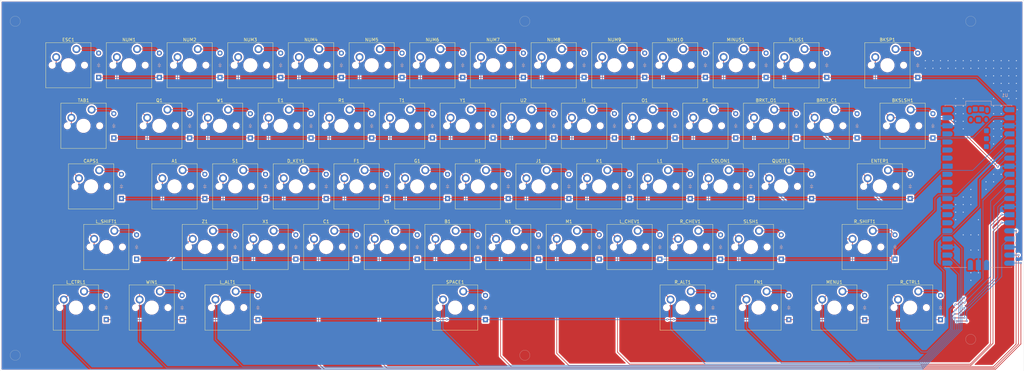
<source format=kicad_pcb>
(kicad_pcb (version 20240108) (generator "pcbnew") (generator_version "8.0")
  (layers (0 "F.Cu" signal) (31 "B.Cu" signal) (34 "B.Paste" user) (35 "F.Paste" user) (36 "B.SilkS" user "B.Silkscreen") (37 "F.SilkS" user "F.Silkscreen") (38 "B.Mask" user) (39 "F.Mask" user) (44 "Edge.Cuts" user))
  (net 0 "")
  (net 1 "Net-(U1-USB_SHIELD-PadA)")
  (net 24 "Net-(D1-A)")
  (net 25 "ROW0")
  (net 26 "Net-(D2-A)")
  (net 27 "Net-(D3-A)")
  (net 28 "Net-(D4-A)")
  (net 29 "Net-(D5-A)")
  (net 30 "Net-(D6-A)")
  (net 31 "Net-(D7-A)")
  (net 32 "Net-(D8-A)")
  (net 33 "Net-(D9-A)")
  (net 34 "Net-(D10-A)")
  (net 35 "Net-(D11-A)")
  (net 36 "Net-(D12-A)")
  (net 37 "Net-(D13-A)")
  (net 38 "Net-(D14-A)")
  (net 39 "Net-(D15-A)")
  (net 40 "ROW1")
  (net 41 "Net-(D17-A)")
  (net 42 "Net-(D18-A)")
  (net 43 "Net-(D19-A)")
  (net 44 "Net-(D20-A)")
  (net 45 "Net-(D21-A)")
  (net 46 "Net-(D22-A)")
  (net 47 "Net-(D23-A)")
  (net 48 "Net-(D24-A)")
  (net 49 "Net-(D25-A)")
  (net 50 "Net-(D26-A)")
  (net 51 "Net-(D27-A)")
  (net 52 "ROW2")
  (net 53 "Net-(D28-A)")
  (net 54 "Net-(D29-A)")
  (net 55 "Net-(D30-A)")
  (net 56 "Net-(D31-A)")
  (net 57 "Net-(D32-A)")
  (net 58 "Net-(D33-A)")
  (net 59 "Net-(D34-A)")
  (net 60 "Net-(D35-A)")
  (net 61 "Net-(D36-A)")
  (net 62 "Net-(D37-A)")
  (net 63 "Net-(D38-A)")
  (net 64 "Net-(D39-A)")
  (net 65 "Net-(D40-A)")
  (net 66 "Net-(D41-A)")
  (net 67 "Net-(D42-A)")
  (net 68 "ROW3")
  (net 69 "Net-(D43-A)")
  (net 70 "Net-(D44-A)")
  (net 71 "Net-(D45-A)")
  (net 72 "Net-(D46-A)")
  (net 73 "Net-(D47-A)")
  (net 74 "Net-(D48-A)")
  (net 75 "Net-(D49-A)")
  (net 76 "Net-(D50-A)")
  (net 77 "Net-(D51-A)")
  (net 78 "Net-(D52-A)")
  (net 79 "Net-(D53-A)")
  (net 80 "Net-(D54-A)")
  (net 81 "ROW4")
  (net 82 "Net-(D55-A)")
  (net 83 "Net-(D56-A)")
  (net 84 "Net-(D57-A)")
  (net 85 "Net-(D58-A)")
  (net 86 "Net-(D59-A)")
  (net 87 "Net-(D60-A)")
  (net 88 "Net-(D61-A)")
  (net 89 "COL13")
  (net 90 "COL12")
  (net 91 "COL11")
  (net 92 "COL10")
  (net 93 "COL9")
  (net 94 "COL8")
  (net 95 "COL7")
  (net 96 "COL6")
  (net 97 "COL5")
  (net 98 "COL4")
  (net 99 "COL3")
  (net 100 "COL2")
  (net 101 "COL1")
  (net 102 "COL0")
  (net 103 "Net-(D16-A)")
  (net 104 "GND")
  (footprint "ScottoKeebs_MX:MX_PCB_1.00u" (layer "F.Cu") (at 123.825 53.81625)
    (property "Reference" "NUM3")
    (property "Value" "Keyswitch")
  )
  (footprint "ScottoKeebs_MX:MX_PCB_1.00u" (layer "F.Cu") (at 266.7 72.86625)
    (property "Reference" "P1")
    (property "Value" "Keyswitch")
  )
  (footprint "ScottoKeebs_MX:MX_PCB_1.00u" (layer "F.Cu") (at 233.3625 91.91625)
    (property "Reference" "K1")
    (property "Value" "Keyswitch")
  )
  (footprint "ScottoKeebs_MX:MX_PCB_1.00u" (layer "F.Cu") (at 176.2125 91.91625)
    (property "Reference" "G1")
    (property "Value" "Keyswitch")
  )
  (footprint "ScottoKeebs_MX:MX_PCB_1.00u" (layer "F.Cu") (at 142.875 53.81625)
    (property "Reference" "NUM4")
    (property "Value" "Keyswitch")
  )
  (footprint "ScottoKeebs_MX:MX_PCB_1.00u" (layer "F.Cu") (at 280.9875 110.96625)
    (property "Reference" "SLSH1")
    (property "Value" "Keyswitch")
  )
  (footprint "ScottoKeebs_MX:MX_PCB_1.00u" (layer "F.Cu") (at 133.35 72.86625)
    (property "Reference" "E1")
    (property "Value" "Keyswitch")
  )
  (footprint "ScottoKeebs_MX:MX_PCB_1.00u" (layer "F.Cu") (at 73.81875 91.91625)
    (property "Reference" "CAPS1")
    (property "Value" "Keyswitch")
  )
  (footprint "ScottoKeebs_MX:MX_PCB_1.00u" (layer "F.Cu") (at 242.8875 110.96625)
    (property "Reference" "L_CHEV1")
    (property "Value" "Keyswitch")
  )
  (footprint "ScottoKeebs_MX:MX_PCB_1.00u" (layer "F.Cu") (at 119.0625 91.91625)
    (property "Reference" "S1")
    (property "Value" "Keyswitch")
  )
  (footprint "ScottoKeebs_MX:MX_PCB_1.00u" (layer "F.Cu") (at 190.5 72.86625)
    (property "Reference" "Y1")
    (property "Value" "Keyswitch")
  )
  (footprint "ScottoKeebs_MX:MX_PCB_1.00u" (layer "F.Cu") (at 104.775 53.81625)
    (property "Reference" "NUM2")
    (property "Value" "Keyswitch")
  )
  (footprint "ScottoKeebs_MX:MX_PCB_1.00u" (layer "F.Cu") (at 195.2625 91.91625)
    (property "Reference" "H1")
    (property "Value" "Keyswitch")
  )
  (footprint "ScottoKeebs_MX:MX_PCB_1.00u" (layer "F.Cu") (at 259.55625 130.01625)
    (property "Reference" "R_ALT1")
    (property "Value" "Keyswitch")
  )
  (footprint "ScottoKeebs_MX:MX_PCB_1.00u" (layer "F.Cu") (at 285.75 72.86625)
    (property "Reference" "BRKT_O1")
    (property "Value" "Keyswitch")
  )
  (footprint "ScottoKeebs_MX:MX_PCB_1.00u" (layer "F.Cu") (at 247.65 72.86625)
    (property "Reference" "O1")
    (property "Value" "Keyswitch")
  )
  (footprint "ScottoKeebs_MX:MX_PCB_1.00u" (layer "F.Cu") (at 185.7375 110.96625)
    (property "Reference" "B1")
    (property "Value" "Keyswitch")
  )
  (footprint "ScottoKeebs_MX:MX_PCB_1.00u" (layer "F.Cu") (at 152.4 72.86625)
    (property "Reference" "R1")
    (property "Value" "Keyswitch")
  )
  (footprint "ScottoKeebs_MX:MX_PCB_1.00u" (layer "F.Cu") (at 316.70625 110.96625)
    (property "Reference" "R_SHIFT1")
    (property "Value" "Keyswitch")
  )
  (footprint "ScottoKeebs_MX:MX_PCB_1.00u" (layer "F.Cu") (at 138.1125 91.91625)
    (property "Reference" "D_KEY1")
    (property "Value" "Keyswitch")
  )
  (footprint "ScottoKeebs_MX:MX_PCB_1.00u" (layer "F.Cu") (at 157.1625 91.91625)
    (property "Reference" "F1")
    (property "Value" "Keyswitch")
  )
  (footprint "ScottoKeebs_MX:MX_PCB_1.00u" (layer "F.Cu") (at 71.4375 72.86625)
    (property "Reference" "TAB1")
    (property "Value" "Keyswitch")
  )
  (footprint "ScottoKeebs_MX:MX_PCB_1.00u" (layer "F.Cu") (at 330.99375 130.01625)
    (property "Reference" "R_CTRL1")
    (property "Value" "Keyswitch")
  )
  (footprint "ScottoKeebs_MX:MX_PCB_1.00u" (layer "F.Cu") (at 69.05625 130.01625)
    (property "Reference" "L_CTRL1")
    (property "Value" "Keyswitch")
  )
  (footprint "ScottoKeebs_MX:MX_PCB_1.00u" (layer "F.Cu") (at 323.85 53.81625)
    (property "Reference" "BKSP1")
    (property "Value" "Keyswitch")
  )
  (footprint "ScottoKeebs_MX:MX_PCB_1.00u" (layer "F.Cu") (at 180.975 53.81625)
    (property "Reference" "NUM6")
    (property "Value" "Keyswitch")
  )
  (footprint "ScottoKeebs_MX:MX_PCB_1.00u" (layer "F.Cu") (at 100.0125 91.91625)
    (property "Reference" "A1")
    (property "Value" "Keyswitch")
  )
  (footprint "ScottoKeebs_MX:MX_PCB_1.00u" (layer "F.Cu") (at 85.725 53.81625)
    (property "Reference" "NUM1")
    (property "Value" "Keyswitch")
  )
  (footprint "ScottoKeebs_MX:MX_PCB_1.00u" (layer "F.Cu") (at 321.46875 91.91625)
    (property "Reference" "ENTER1")
    (property "Value" "Keyswitch")
  )
  (footprint "ScottoKeebs_MX:MX_PCB_1.00u" (layer "F.Cu") (at 307.18125 130.01625)
    (property "Reference" "MENU1")
    (property "Value" "Keyswitch")
  )
  (footprint "ScottoKeebs_MX:MX_PCB_1.00u" (layer "F.Cu") (at 109.5375 110.96625)
    (property "Reference" "Z1")
    (property "Value" "Keyswitch")
  )
  (footprint "ScottoKeebs_MX:MX_PCB_1.00u" (layer "F.Cu") (at 116.68125 130.01625)
    (property "Reference" "L_ALT1")
    (property "Value" "Keyswitch")
  )
  (footprint "ScottoKeebs_MX:MX_PCB_1.00u" (layer "F.Cu") (at 276.225 53.81625)
    (property "Reference" "MINUS1")
    (property "Value" "Keyswitch")
  )
  (footprint "ScottoKeebs_MX:MX_PCB_1.00u" (layer "F.Cu") (at 328.6125 72.86625)
    (property "Reference" "BKSLSH1")
    (property "Value" "Keyswitch")
  )
  (footprint "ScottoKeebs_MX:MX_PCB_1.00u" (layer "F.Cu") (at 238.125 53.81625)
    (property "Reference" "NUM9")
    (property "Value" "Keyswitch")
  )
  (footprint "ScottoKeebs_MX:MX_PCB_1.00u" (layer "F.Cu") (at 66.675 53.81625)
    (property "Reference" "ESC1")
    (property "Value" "Keyswitch")
  )
  (footprint "ScottoKeebs_MX:MX_PCB_1.00u" (layer "F.Cu") (at 304.8 72.86625)
    (property "Reference" "BRKT_C1")
    (property "Value" "Keyswitch")
  )
  (footprint "ScottoKeebs_MX:MX_PCB_1.00u" (layer "F.Cu") (at 147.6375 110.96625)
    (property "Reference" "C1")
    (property "Value" "Keyswitch")
  )
  (footprint "ScottoKeebs_MX:MX_PCB_1.00u" (layer "F.Cu") (at 78.58125 110.96625)
    (property "Reference" "L_SHIFT1")
    (property "Value" "Keyswitch")
  )
  (footprint "ScottoKeebs_MX:MX_PCB_1.00u" (layer "F.Cu") (at 290.5125 91.91625)
    (property "Reference" "QUOTE1")
    (property "Value" "Keyswitch")
  )
  (footprint "ScottoKeebs_MX:MX_PCB_1.00u" (layer "F.Cu") (at 228.6 72.86625)
    (property "Reference" "I1")
    (property "Value" "Keyswitch")
  )
  (footprint "ScottoKeebs_MX:MX_PCB_1.00u" (layer "F.Cu") (at 188.11875 130.01625)
    (property "Reference" "SPACE1")
    (property "Value" "Keyswitch")
  )
  (footprint "ScottoKeebs_MX:MX_PCB_1.00u" (layer "F.Cu") (at 114.3 72.86625)
    (property "Reference" "W1")
    (property "Value" "Keyswitch")
  )
  (footprint "ScottoKeebs_MX:MX_PCB_1.00u" (layer "F.Cu") (at 204.7875 110.96625)
    (property "Reference" "N1")
    (property "Value" "Keyswitch")
  )
  (footprint "ScottoKeebs_MX:MX_PCB_1.00u" (layer "F.Cu") (at 171.45 72.86625)
    (property "Reference" "T1")
    (property "Value" "Keyswitch")
  )
  (footprint "ScottoKeebs_MX:MX_PCB_1.00u" (layer "F.Cu") (at 92.86875 130.01625)
    (property "Reference" "WIN1")
    (property "Value" "Keyswitch")
  )
  (footprint "ScottoKeebs_MX:MX_PCB_1.00u" (layer "F.Cu") (at 166.6875 110.96625)
    (property "Reference" "V1")
    (property "Value" "Keyswitch")
  )
  (footprint "ScottoKeebs_MX:MX_PCB_1.00u" (layer "F.Cu") (at 261.9375 110.96625)
    (property "Reference" "R_CHEV1")
    (property "Value" "Keyswitch")
  )
  (footprint "ScottoKeebs_MX:MX_PCB_1.00u" (layer "F.Cu") (at 128.5875 110.96625)
    (property "Reference" "X1")
    (property "Value" "Keyswitch")
  )
  (footprint "ScottoKeebs_MX:MX_PCB_1.00u" (layer "F.Cu") (at 252.4125 91.91625)
    (property "Reference" "L1")
    (property "Value" "Keyswitch")
  )
  (footprint "ScottoKeebs_MX:MX_PCB_1.00u" (layer "F.Cu") (at 200.025 53.81625)
    (property "Reference" "NUM7")
    (property "Value" "Keyswitch")
  )
  (footprint "ScottoKeebs_MX:MX_PCB_1.00u" (layer "F.Cu") (at 95.25 72.86625)
    (property "Reference" "Q1")
    (property "Value" "Keyswitch")
  )
  (footprint "ScottoKeebs_MX:MX_PCB_1.00u" (layer "F.Cu") (at 214.3125 91.91625)
    (property "Reference" "J1")
    (property "Value" "Keyswitch")
  )
  (footprint "ScottoKeebs_MX:MX_PCB_1.00u" (layer "F.Cu") (at 161.925 53.81625)
    (property "Reference" "NUM5")
    (property "Value" "Keyswitch")
  )
  (footprint "ScottoKeebs_MX:MX_PCB_1.00u" (layer "F.Cu") (at 257.175 53.81625)
    (property "Reference" "NUM10")
    (property "Value" "Keyswitch")
  )
  (footprint "ScottoKeebs_MX:MX_PCB_1.00u" (layer "F.Cu") (at 295.275 53.81625)
    (property "Reference" "PLUS1")
    (property "Value" "Keyswitch")
  )
  (footprint "ScottoKeebs_MX:MX_PCB_1.00u" (layer "F.Cu") (at 219.075 53.81625)
    (property "Reference" "NUM8")
    (property "Value" "Keyswitch")
  )
  (footprint "ScottoKeebs_MX:MX_PCB_1.00u" (layer "F.Cu") (at 271.4625 91.91625)
    (property "Reference" "COLON1")
    (property "Value" "Keyswitch")
  )
  (footprint "ScottoKeebs_MX:MX_PCB_1.00u" (layer "F.Cu") (at 223.8375 110.96625)
    (property "Reference" "M1")
    (property "Value" "Keyswitch")
  )
  (footprint "ScottoKeebs_MX:MX_PCB_1.00u" (layer "F.Cu") (at 283.36875 130.01625)
    (property "Reference" "FN1")
    (property "Value" "Keyswitch")
  )
  (footprint "ScottoKeebs_MX:MX_PCB_1.00u" (layer "F.Cu") (at 209.55 72.86625)
    (property "Reference" "U2")
    (property "Value" "Keyswitch")
  )
  (footprint "ScottoKeebs_Components:Diode_DO-35" (layer "B.Cu") (at 261.9375 95.72625 90)
    (property "Reference" "D43" (hide yes))
    (property "Value" "Diode" (hide yes))
  )
  (footprint "ScottoKeebs_Components:Diode_DO-35" (layer "B.Cu") (at 266.7 57.62625 90)
    (property "Reference" "D46" (hide yes))
    (property "Value" "Diode" (hide yes))
  )
  (footprint "ScottoKeebs_Components:Diode_DO-35" (layer "B.Cu") (at 128.5875 95.72625 90)
    (property "Reference" "D13" (hide yes))
    (property "Value" "Diode" (hide yes))
  )
  (footprint "ScottoKeebs_Components:Diode_DO-35" (layer "B.Cu") (at 176.2125 114.77625 90)
    (property "Reference" "D23" (hide yes))
    (property "Value" "Diode" (hide yes))
  )
  (footprint "ScottoKeebs_Components:Diode_DO-35" (layer "B.Cu") (at 228.6 57.62625 90)
    (property "Reference" "D37" (hide yes))
    (property "Value" "Diode" (hide yes))
  )
  (footprint "ScottoKeebs_Components:Diode_DO-35" (layer "B.Cu") (at 126.20625 133.82625 90)
    (property "Reference" "D15" (hide yes))
    (property "Value" "Diode" (hide yes))
  )
  (footprint "ScottoKeebs_Components:Diode_DO-35" (layer "B.Cu") (at 119.0625 114.77625 90)
    (property "Reference" "D9" (hide yes))
    (property "Value" "Diode" (hide yes))
  )
  (footprint "ScottoKeebs_Components:Diode_DO-35" (layer "B.Cu") (at 152.4 57.62625 90)
    (property "Reference" "D20" (hide yes))
    (property "Value" "Diode" (hide yes))
  )
  (footprint "ScottoKeebs_Components:Diode_DO-35" (layer "B.Cu") (at 180.975 76.67625 90)
    (property "Reference" "D25" (hide yes))
    (property "Value" "Diode" (hide yes))
  )
  (footprint "ScottoKeebs_Components:Diode_DO-35" (layer "B.Cu") (at 83.34375 95.72625 90)
    (property "Reference" "D3" (hide yes))
    (property "Value" "Diode" (hide yes))
  )
  (footprint "ScottoKeebs_Components:Diode_DO-35" (layer "B.Cu") (at 114.3 57.62625 90)
    (property "Reference" "D11" (hide yes))
    (property "Value" "Diode" (hide yes))
  )
  (footprint "ScottoKeebs_Components:Diode_DO-35" (layer "B.Cu") (at 109.5375 95.72625 90)
    (property "Reference" "D8" (hide yes))
    (property "Value" "Diode" (hide yes))
  )
  (footprint "ScottoKeebs_Components:Diode_DO-35" (layer "B.Cu") (at 276.225 76.67625 90)
    (property "Reference" "D47" (hide yes))
    (property "Value" "Diode" (hide yes))
  )
  (footprint "ScottoKeebs_Components:Diode_DO-35" (layer "B.Cu") (at 200.025 76.67625 90)
    (property "Reference" "D30" (hide yes))
    (property "Value" "Diode" (hide yes))
  )
  (footprint "ScottoKeebs_Components:Diode_DO-35" (layer "B.Cu") (at 185.7375 95.72625 90)
    (property "Reference" "D26" (hide yes))
    (property "Value" "Diode" (hide yes))
  )
  (footprint "ScottoKeebs_Components:Diode_DO-35" (layer "B.Cu") (at 285.75 57.62625 90)
    (property "Reference" "D51" (hide yes))
    (property "Value" "Diode" (hide yes))
  )
  (footprint "ScottoKeebs_Components:Diode_DO-35" (layer "B.Cu") (at 280.9875 95.72625 90)
    (property "Reference" "D48" (hide yes))
    (property "Value" "Diode" (hide yes))
  )
  (footprint "ScottoKeebs_Components:Diode_DO-35" (layer "B.Cu") (at 88.10625 114.77625 90)
    (property "Reference" "D4" (hide yes))
    (property "Value" "Diode" (hide yes))
  )
  (footprint "ScottoKeebs_Components:Diode_DO-35" (layer "B.Cu") (at 133.35 57.62625 90)
    (property "Reference" "D16" (hide yes))
    (property "Value" "Diode" (hide yes))
  )
  (footprint "ScottoKeebs_Components:Diode_DO-35" (layer "B.Cu") (at 104.775 76.67625 90)
    (property "Reference" "D7" (hide yes))
    (property "Value" "Diode" (hide yes))
  )
  (footprint "ScottoKeebs_Components:Diode_DO-35" (layer "B.Cu") (at 102.39375 133.82625 90)
    (property "Reference" "D10" (hide yes))
    (property "Value" "Diode" (hide yes))
  )
  (footprint "ScottoKeebs_Components:Diode_DO-35" (layer "B.Cu") (at 161.925 76.67625 90)
    (property "Reference" "D21" (hide yes))
    (property "Value" "Diode" (hide yes))
  )
  (footprint "ScottoKeebs_Components:Diode_DO-35" (layer "B.Cu") (at 333.375 57.62625 90)
    (property "Reference" "D60" (hide yes))
    (property "Value" "Diode" (hide yes))
  )
  (footprint "ScottoKeebs_Components:Diode_DO-35" (layer "B.Cu") (at 233.3625 114.77625 90)
    (property "Reference" "D36" (hide yes))
    (property "Value" "Diode" (hide yes))
  )
  (footprint "ScottoKeebs_Components:Diode_DO-35" (layer "B.Cu") (at 195.2625 114.77625 90)
    (property "Reference" "D27" (hide yes))
    (property "Value" "Diode" (hide yes))
  )
  (footprint "ScottoKeebs_Components:Diode_DO-35" (layer "B.Cu") (at 142.875 76.67625 90)
    (property "Reference" "D17" (hide yes))
    (property "Value" "Diode" (hide yes))
  )
  (footprint "ScottoKeebs_Components:Diode_DO-35" (layer "B.Cu") (at 166.6875 95.72625 90)
    (property "Reference" "D22" (hide yes))
    (property "Value" "Diode" (hide yes))
  )
  (footprint "ScottoKeebs_Components:Diode_DO-35" (layer "B.Cu") (at 269.08125 133.82625 90)
    (property "Reference" "D45" (hide yes))
    (property "Value" "Diode" (hide yes))
  )
  (footprint "ScottoKeebs_Components:Diode_DO-35" (layer "B.Cu") (at 157.1625 114.77625 90)
    (property "Reference" "D19" (hide yes))
    (property "Value" "Diode" (hide yes))
  )
  (footprint "ScottoKeebs_Components:Diode_DO-35" (layer "B.Cu") (at 238.125 76.67625 90)
    (property "Reference" "D38" (hide yes))
    (property "Value" "Diode" (hide yes))
  )
  (footprint "ScottoKeebs_Components:Diode_DO-35" (layer "B.Cu") (at 138.1125 114.77625 90)
    (property "Reference" "D14" (hide yes))
    (property "Value" "Diode" (hide yes))
  )
  (footprint "ScottoKeebs_Components:Diode_DO-35" (layer "B.Cu") (at 171.45 57.62625 90)
    (property "Reference" "D24" (hide yes))
    (property "Value" "Diode" (hide yes))
  )
  (footprint "ScottoKeebs_Components:Diode_DO-35" (layer "B.Cu") (at 292.89375 133.82625 90)
    (property "Reference" "D50" (hide yes))
    (property "Value" "Diode" (hide yes))
  )
  (footprint "ScottoKeebs_Components:Diode_DO-35" (layer "B.Cu") (at 242.8875 95.72625 90)
    (property "Reference" "D39" (hide yes))
    (property "Value" "Diode" (hide yes))
  )
  (footprint "ScottoKeebs_Components:Diode_DO-35" (layer "B.Cu") (at 219.075 76.67625 90)
    (property "Reference" "D34" (hide yes))
    (property "Value" "Diode" (hide yes))
  )
  (footprint "ScottoKeebs_Components:Diode_DO-35" (layer "B.Cu") (at 295.275 76.67625 90)
    (property "Reference" "D52" (hide yes))
    (property "Value" "Diode" (hide yes))
  )
  (footprint "ScottoKeebs_Components:Diode_DO-35" (layer "B.Cu") (at 271.4625 114.77625 90)
    (property "Reference" "D44" (hide yes))
    (property "Value" "Diode" (hide yes))
  )
  (footprint "ScottoKeebs_Components:Diode_DO-35" (layer "B.Cu") (at 314.325 76.67625 90)
    (property "Reference" "D57" (hide yes))
    (property "Value" "Diode" (hide yes))
  )
  (footprint "ScottoKeebs_Components:Diode_DO-35" (layer "B.Cu") (at 123.825 76.67625 90)
    (property "Reference" "D12" (hide yes))
    (property "Value" "Diode" (hide yes))
  )
  (footprint "ScottoKeebs_Components:Diode_DO-35" (layer "B.Cu") (at 340.51875 133.82625 90)
    (property "Reference" "D59" (hide yes))
    (property "Value" "Diode" (hide yes))
  )
  (footprint "ScottoKeebs_Components:Diode_DO-35" (layer "B.Cu") (at 257.175 76.67625 90)
    (property "Reference" "D42" (hide yes))
    (property "Value" "Diode" (hide yes))
  )
  (footprint "ScottoKeebs_Components:Diode_DO-35" (layer "B.Cu") (at 197.64375 133.82625 90)
    (property "Reference" "D28" (hide yes))
    (property "Value" "Diode" (hide yes))
  )
  (footprint "ScottoKeebs_Components:Diode_DO-35" (layer "B.Cu") (at 209.55 57.62625 90)
    (property "Reference" "D33" (hide yes))
    (property "Value" "Diode" (hide yes))
  )
  (footprint "ScottoKeebs_Components:Diode_DO-35" (layer "B.Cu") (at 204.7875 95.72625 90)
    (property "Reference" "D31" (hide yes))
    (property "Value" "Diode" (hide yes))
  )
  (footprint "ScottoKeebs_Components:Diode_DO-35" (layer "B.Cu") (at 290.5125 114.77625 90)
    (property "Reference" "D49" (hide yes))
    (property "Value" "Diode" (hide yes))
  )
  (footprint "ScottoKeebs_Components:Diode_DO-35" (layer "B.Cu") (at 78.58125 133.82625 90)
    (property "Reference" "D5" (hide yes))
    (property "Value" "Diode" (hide yes))
  )
  (footprint "ScottoKeebs_Components:Diode_DO-35" (layer "B.Cu") (at 316.70625 133.82625 90)
    (property "Reference" "D55" (hide yes))
    (property "Value" "Diode" (hide yes))
  )
  (footprint "ScottoKeebs_Components:Diode_DO-35" (layer "B.Cu") (at 147.6375 95.72625 90)
    (property "Reference" "D18" (hide yes))
    (property "Value" "Diode" (hide yes))
  )
  (footprint "ScottoKeebs_Components:Diode_DO-35" (layer "B.Cu") (at 76.2 57.62625 90)
    (property "Reference" "D1" (hide yes))
    (property "Value" "Diode" (hide yes))
  )
  (footprint "ScottoKeebs_Components:Diode_DO-35" (layer "B.Cu") (at 300.0375 95.72625 90)
    (property "Reference" "D53" (hide yes))
    (property "Value" "Diode" (hide yes))
  )
  (footprint "ScottoKeebs_Components:Diode_DO-35" (layer "B.Cu") (at 214.3125 114.77625 90)
    (property "Reference" "D32" (hide yes))
    (property "Value" "Diode" (hide yes))
  )
  (footprint "ScottoKeebs_Components:Diode_DO-35" (layer "B.Cu") (at 247.65 57.62625 90)
    (property "Reference" "D41" (hide yes))
    (property "Value" "Diode" (hide yes))
  )
  (footprint "ScottoKeebs_Components:Diode_DO-35" (layer "B.Cu") (at 80.9625 76.67625 90)
    (property "Reference" "D2" (hide yes))
    (property "Value" "Diode" (hide yes))
  )
  (footprint "ScottoKeebs_Components:Diode_DO-35" (layer "B.Cu") (at 190.5 57.62625 90)
    (property "Reference" "D29" (hide yes))
    (property "Value" "Diode" (hide yes))
  )
  (footprint "ScottoKeebs_Components:Diode_DO-35" (layer "B.Cu") (at 330.99375 95.72625 90)
    (property "Reference" "D58" (hide yes))
    (property "Value" "Diode" (hide yes))
  )
  (footprint "ScottoKeebs_Components:Diode_DO-35" (layer "B.Cu") (at 95.25 57.62625 90)
    (property "Reference" "D6" (hide yes))
    (property "Value" "Diode" (hide yes))
  )
  (footprint "ScottoKeebs_Components:Diode_DO-35" (layer "B.Cu") (at 338.1375 76.67625 90)
    (property "Reference" "D61" (hide yes))
    (property "Value" "Diode" (hide yes))
  )
  (footprint "ScottoKeebs_Components:Diode_DO-35" (layer "B.Cu") (at 252.4125 114.77625 90)
    (property "Reference" "D40" (hide yes))
    (property "Value" "Diode" (hide yes))
  )
  (footprint "ScottoKeebs_Components:Diode_DO-35" (layer "B.Cu") (at 223.8375 95.72625 90)
    (property "Reference" "D35" (hide yes))
    (property "Value" "Diode" (hide yes))
  )
  (footprint "SC0915:MODULE_SC0915" (layer "B.Cu") (at 352.425 91.91625 180)
    (property "Reference" "U1")
    (property "Value" "SC0915")
  )
  (footprint "ScottoKeebs_Components:Diode_DO-35" (layer "B.Cu") (at 304.8 57.62625 90)
    (property "Reference" "D56" (hide yes))
    (property "Value" "Diode" (hide yes))
  )
  (footprint "ScottoKeebs_Components:Diode_DO-35" (layer "B.Cu") (at 326.23125 114.77625 90)
    (property "Reference" "D54" (hide yes))
    (property "Value" "Diode" (hide yes))
  )
  (gr_rect (start 45.24375 33.3375) (end 366.7125 150.01875) (stroke (width 0.05)) (fill none) (layer "Edge.Cuts"))
  (gr_circle (center 50 40) (end 51.6 40) (stroke (width 0.05)) (fill none) (layer "Edge.Cuts"))
  (gr_circle (center 210 40) (end 211.6 40) (stroke (width 0.05)) (fill none) (layer "Edge.Cuts"))
  (gr_circle (center 50 145) (end 51.6 145) (stroke (width 0.05)) (fill none) (layer "Edge.Cuts"))
  (gr_circle (center 210 145) (end 211.6 145) (stroke (width 0.05)) (fill none) (layer "Edge.Cuts"))
  (gr_circle (center 350 140) (end 351.6 140) (stroke (width 0.05)) (fill none) (layer "Edge.Cuts"))
  (gr_circle (center 350 40) (end 351.6 40) (stroke (width 0.05)) (fill none) (layer "Edge.Cuts"))
  (segment (start 74.93 48.73625) (end 76.2 50.00625) (width 0.2) (layer "B.Cu") (net 24))
  (segment (start 69.215 48.73625) (end 74.93 48.73625) (width 0.2) (layer "B.Cu") (net 24))
  (segment (start 171.45 57.62625) (end 190.5 57.62625) (width 0.2) (layer "B.Cu") (net 25))
  (segment (start 152.4 57.62625) (end 171.45 57.62625) (width 0.2) (layer "B.Cu") (net 25))
  (segment (start 285.75 57.62625) (end 266.7 57.62625) (width 0.2) (layer "B.Cu") (net 25))
  (segment (start 92.86875 57.62625) (end 95.25 57.62625) (width 0.2) (layer "B.Cu") (net 25))
  (segment (start 133.35 57.62625) (end 152.4 57.62625) (width 0.2) (layer "B.Cu") (net 25))
  (segment (start 76.2 57.62625) (end 92.86875 57.62625) (width 0.2) (layer "B.Cu") (net 25))
  (segment (start 209.55 57.62625) (end 190.5 57.62625) (width 0.2) (layer "B.Cu") (net 25))
  (segment (start 92.86875 57.62625) (end 114.3 57.62625) (width 0.2) (layer "B.Cu") (net 25))
  (segment (start 333.375 57.62625) (end 351.955 57.62625) (width 0.2) (layer "B.Cu") (net 25))
  (segment (start 351.955 57.62625) (end 362.115 67.78625) (width 0.2) (layer "B.Cu") (net 25))
  (segment (start 266.7 57.62625) (end 247.65 57.62625) (width 0.2) (layer "B.Cu") (net 25))
  (segment (start 209.55 57.62625) (end 228.6 57.62625) (width 0.2) (layer "B.Cu") (net 25))
  (segment (start 333.375 57.62625) (end 304.8 57.62625) (width 0.2) (layer "B.Cu") (net 25))
  (segment (start 304.8 57.62625) (end 285.75 57.62625) (width 0.2) (layer "B.Cu") (net 25))
  (segment (start 247.65 57.62625) (end 228.6 57.62625) (width 0.2) (layer "B.Cu") (net 25))
  (segment (start 114.3 57.62625) (end 133.35 57.62625) (width 0.2) (layer "B.Cu") (net 25))
  (segment (start 73.9775 67.78625) (end 79.6925 67.78625) (width 0.2) (layer "B.Cu") (net 26))
  (segment (start 79.6925 67.78625) (end 80.9625 69.05625) (width 0.2) (layer "B.Cu") (net 26))
  (segment (start 76.35875 86.83625) (end 82.07375 86.83625) (width 0.2) (layer "B.Cu") (net 27))
  (segment (start 82.07375 86.83625) (end 83.34375 88.10625) (width 0.2) (layer "B.Cu") (net 27))
  (segment (start 81.12125 105.88625) (end 86.83625 105.88625) (width 0.2) (layer "B.Cu") (net 28))
  (segment (start 86.83625 105.88625) (end 88.10625 107.15625) (width 0.2) (layer "B.Cu") (net 28))
  (segment (start 71.59625 124.93625) (end 77.31125 124.93625) (width 0.2) (layer "B.Cu") (net 29))
  (segment (start 77.31125 124.93625) (end 78.58125 126.20625) (width 0.2) (layer "B.Cu") (net 29))
  (segment (start 88.265 48.73625) (end 93.98 48.73625) (width 0.2) (layer "B.Cu") (net 30))
  (segment (start 93.98 48.73625) (end 95.25 50.00625) (width 0.2) (layer "B.Cu") (net 30))
  (segment (start 103.505 67.78625) (end 104.775 69.05625) (width 0.2) (layer "B.Cu") (net 31))
  (segment (start 97.79 67.78625) (end 103.505 67.78625) (width 0.2) (layer "B.Cu") (net 31))
  (segment (start 108.2675 86.83625) (end 109.5375 88.10625) (width 0.2) (layer "B.Cu") (net 32))
  (segment (start 102.5525 86.83625) (end 108.2675 86.83625) (width 0.2) (layer "B.Cu") (net 32))
  (segment (start 112.0775 105.88625) (end 117.7925 105.88625) (width 0.2) (layer "B.Cu") (net 33))
  (segment (start 117.7925 105.88625) (end 119.0625 107.15625) (width 0.2) (layer "B.Cu") (net 33))
  (segment (start 101.12375 124.93625) (end 102.39375 126.20625) (width 0.2) (layer "B.Cu") (net 34))
  (segment (start 95.40875 124.93625) (end 101.12375 124.93625) (width 0.2) (layer "B.Cu") (net 34))
  (segment (start 107.315 48.73625) (end 113.03 48.73625) (width 0.2) (layer "B.Cu") (net 35))
  (segment (start 113.03 48.73625) (end 114.3 50.00625) (width 0.2) (layer "B.Cu") (net 35))
  (segment (start 122.555 67.78625) (end 123.825 69.05625) (width 0.2) (layer "B.Cu") (net 36))
  (segment (start 116.84 67.78625) (end 122.555 67.78625) (width 0.2) (layer "B.Cu") (net 36))
  (segment (start 121.6025 86.83625) (end 127.3175 86.83625) (width 0.2) (layer "B.Cu") (net 37))
  (segment (start 127.3175 86.83625) (end 128.5875 88.10625) (width 0.2) (layer "B.Cu") (net 37))
  (segment (start 131.1275 105.88625) (end 136.8425 105.88625) (width 0.2) (layer "B.Cu") (net 38))
  (segment (start 136.8425 105.88625) (end 138.1125 107.15625) (width 0.2) (layer "B.Cu") (net 38))
  (segment (start 119.22125 124.93625) (end 124.93625 124.93625) (width 0.2) (layer "B.Cu") (net 39))
  (segment (start 124.93625 124.93625) (end 126.20625 126.20625) (width 0.2) (layer "B.Cu") (net 39))
  (segment (start 142.875 76.67625) (end 123.825 76.67625) (width 0.2) (layer "B.Cu") (net 40))
  (segment (start 314.325 76.67625) (end 338.1375 76.67625) (width 0.2) (layer "B.Cu") (net 40))
  (segment (start 200.025 76.67625) (end 219.075 76.67625) (width 0.2) (layer "B.Cu") (net 40))
  (segment (start 350.82375 76.67625) (end 357.17375 70.32625) (width 0.2) (layer "B.Cu") (net 40))
  (segment (start 219.075 76.67625) (end 238.125 76.67625) (width 0.2) (layer "B.Cu") (net 40))
  (segment (start 295.275 76.67625) (end 276.225 76.67625) (width 0.2) (layer "B.Cu") (net 40))
  (segment (start 142.875 76.67625) (end 161.925 76.67625) (width 0.2) (layer "B.Cu") (net 40))
  (segment (start 314.325 76.67625) (end 295.275 76.67625) (width 0.2) (layer "B.Cu") (net 40))
  (segment (start 357.17375 70.32625) (end 362.115 70.32625) (width 0.2) (layer "B.Cu") (net 40))
  (segment (start 200.025 76.67625) (end 180.975 76.67625) (width 0.2) (layer "B.Cu") (net 40))
  (segment (start 257.175 76.67625) (end 238.125 76.67625) (width 0.2) (layer "B.Cu") (net 40))
  (segment (start 161.925 76.67625) (end 180.975 76.67625) (width 0.2) (layer "B.Cu") (net 40))
  (segment (start 80.9625 76.67625) (end 104.775 76.67625) (width 0.2) (layer "B.Cu") (net 40))
  (segment (start 123.825 76.67625) (end 104.775 76.67625) (width 0.2) (layer "B.Cu") (net 40))
  (segment (start 338.1375 76.67625) (end 350.82375 76.67625) (width 0.2) (layer "B.Cu") (net 40))
  (segment (start 276.225 76.67625) (end 257.175 76.67625) (width 0.2) (layer "B.Cu") (net 40))
  (segment (start 141.605 67.78625) (end 142.875 69.05625) (width 0.2) (layer "B.Cu") (net 41))
  (segment (start 135.89 67.78625) (end 141.605 67.78625) (width 0.2) (layer "B.Cu") (net 41))
  (segment (start 140.6525 86.83625) (end 146.3675 86.83625) (width 0.2) (layer "B.Cu") (net 42))
  (segment (start 146.3675 86.83625) (end 147.6375 88.10625) (width 0.2) (layer "B.Cu") (net 42))
  (segment (start 155.8925 105.88625) (end 157.1625 107.15625) (width 0.2) (layer "B.Cu") (net 43))
  (segment (start 150.1775 105.88625) (end 155.8925 105.88625) (width 0.2) (layer "B.Cu") (net 43))
  (segment (start 151.13 48.73625) (end 152.4 50.00625) (width 0.2) (layer "B.Cu") (net 44))
  (segment (start 145.415 48.73625) (end 151.13 48.73625) (width 0.2) (layer "B.Cu") (net 44))
  (segment (start 154.94 67.78625) (end 160.655 67.78625) (width 0.2) (layer "B.Cu") (net 45))
  (segment (start 160.655 67.78625) (end 161.925 69.05625) (width 0.2) (layer "B.Cu") (net 45))
  (segment (start 165.4175 86.83625) (end 166.6875 88.10625) (width 0.2) (layer "B.Cu") (net 46))
  (segment (start 159.7025 86.83625) (end 165.4175 86.83625) (width 0.2) (layer "B.Cu") (net 46))
  (segment (start 169.2275 105.88625) (end 174.9425 105.88625) (width 0.2) (layer "B.Cu") (net 47))
  (segment (start 174.9425 105.88625) (end 176.2125 107.15625) (width 0.2) (layer "B.Cu") (net 47))
  (segment (start 170.18 48.73625) (end 171.45 50.00625) (width 0.2) (layer "B.Cu") (net 48))
  (segment (start 164.465 48.73625) (end 170.18 48.73625) (width 0.2) (layer "B.Cu") (net 48))
  (segment (start 179.705 67.78625) (end 180.975 69.05625) (width 0.2) (layer "B.Cu") (net 49))
  (segment (start 173.99 67.78625) (end 179.705 67.78625) (width 0.2) (layer "B.Cu") (net 49))
  (segment (start 178.7525 86.83625) (end 184.4675 86.83625) (width 0.2) (layer "B.Cu") (net 50))
  (segment (start 184.4675 86.83625) (end 185.7375 88.10625) (width 0.2) (layer "B.Cu") (net 50))
  (segment (start 193.9925 105.88625) (end 195.2625 107.15625) (width 0.2) (layer "B.Cu") (net 51))
  (segment (start 188.2775 105.88625) (end 193.9925 105.88625) (width 0.2) (layer "B.Cu") (net 51))
  (segment (start 83.34375 95.72625) (end 109.5375 95.72625) (width 0.2) (layer "B.Cu") (net 52))
  (segment (start 128.5875 95.72625) (end 147.6375 95.72625) (width 0.2) (layer "B.Cu") (net 52))
  (segment (start 340.82 86.9) (end 350.62125 86.9) (width 0.2) (layer "B.Cu") (net 52))
  (segment (start 204.7875 95.72625) (end 185.7375 95.72625) (width 0.2) (layer "B.Cu") (net 52))
  (segment (start 242.8875 95.72625) (end 223.8375 95.72625) (width 0.2) (layer "B.Cu") (net 52))
  (segment (start 109.5375 95.72625) (end 128.5875 95.72625) (width 0.2) (layer "B.Cu") (net 52))
  (segment (start 300.0375 95.72625) (end 330.99375 95.72625) (width 0.2) (layer "B.Cu") (net 52))
  (segment (start 300.0375 95.72625) (end 280.9875 95.72625) (width 0.2) (layer "B.Cu") (net 52))
  (segment (start 350.62125 86.9) (end 362.115 75.40625) (width 0.2) (layer "B.Cu") (net 52))
  (segment (start 280.9875 95.72625) (end 261.9375 95.72625) (width 0.2) (layer "B.Cu") (net 52))
  (segment (start 185.7375 95.72625) (end 166.6875 95.72625) (width 0.2) (layer "B.Cu") (net 52))
  (segment (start 261.9375 95.72625) (end 242.8875 95.72625) (width 0.2) (layer "B.Cu") (net 52))
  (segment (start 331.99375 95.72625) (end 340.82 86.9) (width 0.2) (layer "B.Cu") (net 52))
  (segment (start 147.6375 95.72625) (end 166.6875 95.72625) (width 0.2) (layer "B.Cu") (net 52))
  (segment (start 223.8375 95.72625) (end 204.7875 95.72625) (width 0.2) (layer "B.Cu") (net 52))
  (segment (start 330.99375 95.72625) (end 331.99375 95.72625) (width 0.2) (layer "B.Cu") (net 52))
  (segment (start 190.65875 124.93625) (end 196.37375 124.93625) (width 0.2) (layer "B.Cu") (net 53))
  (segment (start 196.37375 124.93625) (end 197.64375 126.20625) (width 0.2) (layer "B.Cu") (net 53))
  (segment (start 189.23 48.73625) (end 190.5 50.00625) (width 0.2) (layer "B.Cu") (net 54))
  (segment (start 183.515 48.73625) (end 189.23 48.73625) (width 0.2) (layer "B.Cu") (net 54))
  (segment (start 193.04 67.78625) (end 198.755 67.78625) (width 0.2) (layer "B.Cu") (net 55))
  (segment (start 198.755 67.78625) (end 200.025 69.05625) (width 0.2) (layer "B.Cu") (net 55))
  (segment (start 203.5175 86.83625) (end 204.7875 88.10625) (width 0.2) (layer "B.Cu") (net 56))
  (segment (start 197.8025 86.83625) (end 203.5175 86.83625) (width 0.2) (layer "B.Cu") (net 56))
  (segment (start 213.0425 105.88625) (end 214.3125 107.15625) (width 0.2) (layer "B.Cu") (net 57))
  (segment (start 207.3275 105.88625) (end 213.0425 105.88625) (width 0.2) (layer "B.Cu") (net 57))
  (segment (start 208.28 48.73625) (end 209.55 50.00625) (width 0.2) (layer "B.Cu") (net 58))
  (segment (start 202.565 48.73625) (end 208.28 48.73625) (width 0.2) (layer "B.Cu") (net 58))
  (segment (start 217.805 67.78625) (end 219.075 69.05625) (width 0.2) (layer "B.Cu") (net 59))
  (segment (start 212.09 67.78625) (end 217.805 67.78625) (width 0.2) (layer "B.Cu") (net 59))
  (segment (start 222.5675 86.83625) (end 223.8375 88.10625) (width 0.2) (layer "B.Cu") (net 60))
  (segment (start 216.8525 86.83625) (end 222.5675 86.83625) (width 0.2) (layer "B.Cu") (net 60))
  (segment (start 232.0925 105.88625) (end 233.3625 107.15625) (width 0.2) (layer "B.Cu") (net 61))
  (segment (start 226.3775 105.88625) (end 232.0925 105.88625) (width 0.2) (layer "B.Cu") (net 61))
  (segment (start 221.615 48.73625) (end 227.33 48.73625) (width 0.2) (layer "B.Cu") (net 62))
  (segment (start 227.33 48.73625) (end 228.6 50.00625) (width 0.2) (layer "B.Cu") (net 62))
  (segment (start 231.14 67.78625) (end 236.855 67.78625) (width 0.2) (layer "B.Cu") (net 63))
  (segment (start 236.855 67.78625) (end 238.125 69.05625) (width 0.2) (layer "B.Cu") (net 63))
  (segment (start 235.9025 86.83625) (end 241.6175 86.83625) (width 0.2) (layer "B.Cu") (net 64))
  (segment (start 241.6175 86.83625) (end 242.8875 88.10625) (width 0.2) (layer "B.Cu") (net 64))
  (segment (start 245.4275 105.88625) (end 251.1425 105.88625) (width 0.2) (layer "B.Cu") (net 65))
  (segment (start 251.1425 105.88625) (end 252.4125 107.15625) (width 0.2) (layer "B.Cu") (net 65))
  (segment (start 246.38 48.73625) (end 247.65 50.00625) (width 0.2) (layer "B.Cu") (net 66))
  (segment (start 240.665 48.73625) (end 246.38 48.73625) (width 0.2) (layer "B.Cu") (net 66))
  (segment (start 255.905 67.78625) (end 257.175 69.05625) (width 0.2) (layer "B.Cu") (net 67))
  (segment (start 250.19 67.78625) (end 255.905 67.78625) (width 0.2) (layer "B.Cu") (net 67))
  (segment (start 345.45 94.61125) (end 362.115 77.94625) (width 0.2) (layer "B.Cu") (net 68))
  (segment (start 233.3625 114.77625) (end 214.3125 114.77625) (width 0.2) (layer "B.Cu") (net 68))
  (segment (start 252.4125 114.77625) (end 233.3625 114.77625) (width 0.2) (layer "B.Cu") (net 68))
  (segment (start 339.88875 94.61125) (end 345.45 94.61125) (width 0.2) (layer "B.Cu") (net 68))
  (segment (start 326.23125 114.77625) (end 290.5125 114.77625) (width 0.2) (layer "B.Cu") (net 68))
  (segment (start 326.23125 111.925062) (end 338.75 99.406312) (width 0.2) (layer "B.Cu") (net 68))
  (segment (start 338.75 95.75) (end 339.88875 94.61125) (width 0.2) (layer "B.Cu") (net 68))
  (segment (start 176.2125 114.77625) (end 157.1625 114.77625) (width 0.2) (layer "B.Cu") (net 68))
  (segment (start 195.2625 114.77625) (end 176.2125 114.77625) (width 0.2) (layer "B.Cu") (net 68))
  (segment (start 88.10625 114.77625) (end 119.0625 114.77625) (width 0.2) (layer "B.Cu") (net 68))
  (segment (start 157.1625 114.77625) (end 138.1125 114.77625) (width 0.2) (layer "B.Cu") (net 68))
  (segment (start 271.4625 114.77625) (end 252.4125 114.77625) (width 0.2) (layer "B.Cu") (net 68))
  (segment (start 138.1125 114.77625) (end 119.0625 114.77625) (width 0.2) (layer "B.Cu") (net 68))
  (segment (start 326.23125 114.77625) (end 326.23125 111.925062) (width 0.2) (layer "B.Cu") (net 68))
  (segment (start 338.75 99.406312) (end 338.75 95.75) (width 0.2) (layer "B.Cu") (net 68))
  (segment (start 214.3125 114.77625) (end 195.2625 114.77625) (width 0.2) (layer "B.Cu") (net 68))
  (segment (start 290.5125 114.77625) (end 271.4625 114.77625) (width 0.2) (layer "B.Cu") (net 68))
  (segment (start 260.6675 86.83625) (end 261.9375 88.10625) (width 0.2) (layer "B.Cu") (net 69))
  (segment (start 254.9525 86.83625) (end 260.6675 86.83625) (width 0.2) (layer "B.Cu") (net 69))
  (segment (start 264.4775 105.88625) (end 270.1925 105.88625) (width 0.2) (layer "B.Cu") (net 70))
  (segment (start 270.1925 105.88625) (end 271.4625 107.15625) (width 0.2) (layer "B.Cu") (net 70))
  (segment (start 262.09625 124.93625) (end 267.81125 124.93625) (width 0.2) (layer "B.Cu") (net 71))
  (segment (start 267.81125 124.93625) (end 269.08125 126.20625) (width 0.2) (layer "B.Cu") (net 71))
  (segment (start 259.715 48.73625) (end 265.43 48.73625) (width 0.2) (layer "B.Cu") (net 72))
  (segment (start 265.43 48.73625) (end 266.7 50.00625) (width 0.2) (layer "B.Cu") (net 72))
  (segment (start 269.24 67.78625) (end 274.955 67.78625) (width 0.2) (layer "B.Cu") (net 73))
  (segment (start 274.955 67.78625) (end 276.225 69.05625) (width 0.2) (layer "B.Cu") (net 73))
  (segment (start 279.7175 86.83625) (end 280.9875 88.10625) (width 0.2) (layer "B.Cu") (net 74))
  (segment (start 274.0025 86.83625) (end 279.7175 86.83625) (width 0.2) (layer "B.Cu") (net 74))
  (segment (start 283.5275 105.88625) (end 289.2425 105.88625) (width 0.2) (layer "B.Cu") (net 75))
  (segment (start 289.2425 105.88625) (end 290.5125 107.15625) (width 0.2) (layer "B.Cu") (net 75))
  (segment (start 291.62375 124.93625) (end 292.89375 126.20625) (width 0.2) (layer "B.Cu") (net 76))
  (segment (start 285.90875 124.93625) (end 291.62375 124.93625) (width 0.2) (layer "B.Cu") (net 76))
  (segment (start 278.765 48.73625) (end 284.48 48.73625) (width 0.2) (layer "B.Cu") (net 77))
  (segment (start 284.48 48.73625) (end 285.75 50.00625) (width 0.2) (layer "B.Cu") (net 77))
  (segment (start 288.29 67.78625) (end 294.005 67.78625) (width 0.2) (layer "B.Cu") (net 78))
  (segment (start 294.005 67.78625) (end 295.275 69.05625) (width 0.2) (layer "B.Cu") (net 78))
  (segment (start 293.0525 86.83625) (end 298.7675 86.83625) (width 0.2) (layer "B.Cu") (net 79))
  (segment (start 298.7675 86.83625) (end 300.0375 88.10625) (width 0.2) (layer "B.Cu") (net 79))
  (segment (start 319.24625 105.88625) (end 324.96125 105.88625) (width 0.2) (layer "B.Cu") (net 80))
  (segment (start 324.96125 105.88625) (end 326.23125 107.15625) (width 0.2) (layer "B.Cu") (net 80))
  (segment (start 254.75 133.75) (end 256.75 133.75) (width 0.2) (layer "F.Cu") (net 81))
  (segment (start 102.39375 133.82625) (end 126.20625 133.82625) (width 0.2) (layer "F.Cu") (net 81))
  (segment (start 269.08125 133.82625) (end 292.89375 133.82625) (width 0.2) (layer "F.Cu") (net 81))
  (segment (start 182.75 133.75) (end 185.5 133.75) (width 0.2) (layer "F.Cu") (net 81))
  (segment (start 316.70625 133.82625) (end 340.51875 133.82625) (width 0.2) (layer "F.Cu") (net 81))
  (segment (start 292.89375 133.82625) (end 316.70625 133.82625) (width 0.2) (layer "F.Cu") (net 81))
  (segment (start 78.58125 133.82625) (end 102.39375 133.82625) (width 0.2) (layer "F.Cu") (net 81))
  (via (at 256.75 133.75) (size 0.6) (drill 0.3) (layers "F.Cu" "B.Cu") (net 81))
  (via (at 182.75 133.75) (size 0.6) (drill 0.3) (layers "F.Cu" "B.Cu") (net 81))
  (via (at 254.75 133.75) (size 0.6) (drill 0.3) (layers "F.Cu" "B.Cu") (net 81))
  (via (at 185.5 133.75) (size 0.6) (drill 0.3) (layers "F.Cu" "B.Cu") (net 81))
  (segment (start 352.75 98.248721) (end 352.75 89.85125) (width 0.2) (layer "B.Cu") (net 81))
  (segment (start 340.51875 133.82625) (end 341.61875 132.72625) (width 0.2) (layer "B.Cu") (net 81))
  (segment (start 339 109.316312) (end 341.315062 107.00125) (width 0.2) (layer "B.Cu") (net 81))
  (segment (start 197.64375 133.82625) (end 254.67375 133.82625) (width 0.2) (layer "B.Cu") (net 81))
  (segment (start 256.75 133.75) (end 257.25 133.75) (width 0.2) (layer "B.Cu") (net 81))
  (segment (start 341.315062 107.00125) (end 343.997471 107.00125) (width 0.2) (layer "B.Cu") (net 81))
  (segment (start 339 116) (end 339 109.316312) (width 0.2) (layer "B.Cu") (net 81))
  (segment (start 185.5 133.75) (end 186 133.75) (width 0.2) (layer "B.Cu") (net 81))
  (segment (start 182.67375 133.82625) (end 182.75 133.75) (width 0.2) (layer "B.Cu") (net 81))
  (segment (start 341.61875 132.72625) (end 341.61875 118.61875) (width 0.2) (layer "B.Cu") (net 81))
  (segment (start 186 133.75) (end 186.07625 133.82625) (width 0.2) (layer "B.Cu") (net 81))
  (segment (start 186.07625 133.82625) (end 197.64375 133.82625) (width 0.2) (layer "B.Cu") (net 81))
  (segment (start 352.75 89.85125) (end 362.115 80.48625) (width 0.2) (layer "B.Cu") (net 81))
  (segment (start 254.67375 133.82625) (end 254.75 133.75) (width 0.2) (layer "B.Cu") (net 81))
  (segment (start 257.32625 133.82625) (end 269.08125 133.82625) (width 0.2) (layer "B.Cu") (net 81))
  (segment (start 126.20625 133.82625) (end 182.67375 133.82625) (width 0.2) (layer "B.Cu") (net 81))
  (segment (start 257.25 133.75) (end 257.32625 133.82625) (width 0.2) (layer "B.Cu") (net 81))
  (segment (start 341.61875 118.61875) (end 339 116) (width 0.2) (layer "B.Cu") (net 81))
  (segment (start 343.997471 107.00125) (end 352.75 98.248721) (width 0.2) (layer "B.Cu") (net 81))
  (segment (start 309.72125 124.93625) (end 315.43625 124.93625) (width 0.2) (layer "B.Cu") (net 82))
  (segment (start 315.43625 124.93625) (end 316.70625 126.20625) (width 0.2) (layer "B.Cu") (net 82))
  (segment (start 303.53 48.73625) (end 304.8 50.00625) (width 0.2) (layer "B.Cu") (net 83))
  (segment (start 297.815 48.73625) (end 303.53 48.73625) (width 0.2) (layer "B.Cu") (net 83))
  (segment (start 307.34 67.78625) (end 313.055 67.78625) (width 0.2) (layer "B.Cu") (net 84))
  (segment (start 313.055 67.78625) (end 314.325 69.05625) (width 0.2) (layer "B.Cu") (net 84))
  (segment (start 329.72375 86.83625) (end 330.99375 88.10625) (width 0.2) (layer "B.Cu") (net 85))
  (segment (start 324.00875 86.83625) (end 329.72375 86.83625) (width 0.2) (layer "B.Cu") (net 85))
  (segment (start 333.53375 124.93625) (end 339.24875 124.93625) (width 0.2) (layer "B.Cu") (net 86))
  (segment (start 339.24875 124.93625) (end 340.51875 126.20625) (width 0.2) (layer "B.Cu") (net 86))
  (segment (start 332.105 48.73625) (end 333.375 50.00625) (width 0.2) (layer "B.Cu") (net 87))
  (segment (start 326.39 48.73625) (end 332.105 48.73625) (width 0.2) (layer "B.Cu") (net 87))
  (segment (start 331.1525 67.78625) (end 336.8675 67.78625) (width 0.2) (layer "B.Cu") (net 88))
  (segment (start 336.8675 67.78625) (end 338.1375 69.05625) (width 0.2) (layer "B.Cu") (net 88))
  (segment (start 67.6275 70.32625) (end 67.6275 86.995) (width 0.2) (layer "F.Cu") (net 89))
  (segment (start 62.865 51.27625) (end 62.865 54.278662) (width 0.2) (layer "F.Cu") (net 89))
  (segment (start 67.6275 86.995) (end 70.00875 89.37625) (width 0.2) (layer "F.Cu") (net 89))
  (segment (start 62.865 54.278662) (end 67.6275 59.041162) (width 0.2) (layer "F.Cu") (net 89))
  (segment (start 67.6275 59.041162) (end 67.6275 70.32625) (width 0.2) (layer "F.Cu") (net 89))
  (segment (start 70.00875 103.66375) (end 74.77125 108.42625) (width 0.2) (layer "F.Cu") (net 89))
  (segment (start 74.77125 108.42625) (end 74.77125 117.95125) (width 0.2) (layer "F.Cu") (net 89))
  (segment (start 70.00875 89.37625) (end 70.00875 103.66375) (width 0.2) (layer "F.Cu") (net 89))
  (segment (start 74.77125 117.95125) (end 65.24625 127.47625) (width 0.2) (layer "F.Cu") (net 89))
  (segment (start 342.735 108.42625) (end 344.349997 108.42625) (width 0.2) (layer "B.Cu") (net 89))
  (segment (start 334.83125 149.41875) (end 73.81875 149.41875) (width 0.2) (layer "B.Cu") (net 89))
  (segment (start 65.24625 140.84625) (end 65.24625 127.47625) (width 0.2) (layer "B.Cu") (net 89))
  (segment (start 73.81875 149.41875) (end 65.24625 140.84625) (width 0.2) (layer "B.Cu") (net 89))
  (segment (start 344.349997 108.42625) (end 347.25 111.326253) (width 0.2) (layer "B.Cu") (net 89))
  (segment (start 347.25 111.326253) (end 347.25 137) (width 0.2) (layer "B.Cu") (net 89))
  (segment (start 347.25 137) (end 334.83125 149.41875) (width 0.2) (layer "B.Cu") (net 89))
  (segment (start 96.2025 98.90125) (end 105.7275 108.42625) (width 0.2) (layer "F.Cu") (net 90))
  (segment (start 89.05875 127.47625) (end 89.05875 124.632588) (width 0.2) (layer "F.Cu") (net 90))
  (segment (start 89.05875 124.632588) (end 105.265088 108.42625) (width 0.2) (layer "F.Cu") (net 90))
  (segment (start 91.44 84.61375) (end 96.2025 89.37625) (width 0.2) (layer "F.Cu") (net 90))
  (segment (start 81.915 60.80125) (end 91.44 70.32625) (width 0.2) (layer "F.Cu") (net 90))
  (segment (start 81.915 51.27625) (end 81.915 60.80125) (width 0.2) (layer "F.Cu") (net 90))
  (segment (start 91.44 70.32625) (end 91.44 84.61375) (width 0.2) (layer "F.Cu") (net 90))
  (segment (start 105.265088 108.42625) (end 105.7275 108.42625) (width 0.2) (layer "F.Cu") (net 90))
  (segment (start 96.2025 89.37625) (end 96.2025 98.90125) (width 0.2) (layer "F.Cu") (net 90))
  (segment (start 97.58375 149.01875) (end 321.46875 149.01875) (width 0.2) (layer "B.Cu") (net 90))
  (segment (start 89.05875 140.49375) (end 97.58375 149.01875) (width 0.2) (layer "B.Cu") (net 90))
  (segment (start 346.75 117.52125) (end 346.75 136.934314) (width 0.2) (layer "B.Cu") (net 90))
  (segment (start 89.05875 127.47625) (end 89.05875 140.49375) (width 0.2) (layer "B.Cu") (net 90))
  (segment (start 334.665564 149.01875) (end 321.25 149.01875) (width 0.2) (layer "B.Cu") (net 90))
  (segment (start 346.75 136.934314) (end 334.665564 149.01875) (width 0.2) (layer "B.Cu") (net 90))
  (segment (start 342.735 113.50625) (end 346.75 117.52125) (width 0.2) (layer "B.Cu") (net 90))
  (segment (start 110.49 70.32625) (end 100.965 60.80125) (width 0.2) (layer "F.Cu") (net 91))
  (segment (start 124.7775 115.57) (end 124.7775 108.42625) (width 0.2) (layer "F.Cu") (net 91))
  (segment (start 100.965 60.80125) (end 100.965 51.27625) (width 0.2) (layer "F.Cu") (net 91))
  (segment (start 124.7775 108.42625) (end 115.2525 98.90125) (width 0.2) (layer "F.Cu") (net 91))
  (segment (start 112.87125 127.47625) (end 124.7775 115.57) (width 0.2) (layer "F.Cu") (net 91))
  (segment (start 115.2525 89.37625) (end 110.49 84.61375) (width 0.2) (layer "F.Cu") (net 91))
  (segment (start 110.49 84.61375) (end 110.49 70.32625) (width 0.2) (layer "F.Cu") (net 91))
  (segment (start 115.2525 98.90125) (end 115.2525 89.37625) (width 0.2) (layer "F.Cu") (net 91))
  (segment (start 112.87125 140.04625) (end 112.87125 127.47625) (width 0.2) (layer "B.Cu") (net 91))
  (segment (start 334.499878 148.61875) (end 121.44375 148.61875) (width 0.2) (layer "B.Cu") (net 91))
  (segment (start 342.735 116.04625) (end 346.25 119.56125) (width 0.2) (layer "B.Cu") (net 91))
  (segment (start 346.25 136.868628) (end 334.499878 148.61875) (width 0.2) (layer "B.Cu") (net 91))
  (segment (start 121.44375 148.61875) (end 112.87125 140.04625) (width 0.2) (layer "B.Cu") (net 91))
  (segment (start 346.25 119.56125) (end 346.25 136.868628) (width 0.2) (layer "B.Cu") (net 91))
  (segment (start 134.3025 98.90125) (end 143.8275 108.42625) (width 0.2) (layer "F.Cu") (net 92))
  (segment (start 145.25625 147.6375) (end 145.25625 112.857412) (width 0.2) (layer "F.Cu") (net 92))
  (segment (start 129.54 84.61375) (end 134.3025 89.37625) (width 0.2) (layer "F.Cu") (net 92))
  (segment (start 120.015 51.27625) (end 120.015 60.80125) (width 0.2) (layer "F.Cu") (net 92))
  (segment (start 365.75 141.45625) (end 357.7875 149.41875) (width 0.2) (layer "F.Cu") (net 92))
  (segment (start 120.015 60.80125) (end 129.54 70.32625) (width 0.2) (layer "F.Cu") (net 92))
  (segment (start 147.0375 149.41875) (end 145.25625 147.6375) (width 0.2) (layer "F.Cu") (net 92))
  (segment (start 129.54 70.32625) (end 129.54 84.61375) (width 0.2) (layer "F.Cu") (net 92))
  (segment (start 134.3025 89.37625) (end 134.3025 98.90125) (width 0.2) (layer "F.Cu") (net 92))
  (segment (start 143.8275 111.428662) (end 143.8275 108.42625) (width 0.2) (layer "F.Cu") (net 92))
  (segment (start 357.7875 149.41875) (end 147.0375 149.41875) (width 0.2) (layer "F.Cu") (net 92))
  (segment (start 145.25625 112.857412) (end 143.8275 111.428662) (width 0.2) (layer "F.Cu") (net 92))
  (segment (start 365.75 116) (end 365.75 141.45625) (width 0.2) (layer "F.Cu") (net 92))
  (via (at 365.75 116) (size 0.6) (drill 0.3) (layers "F.Cu" "B.Cu") (net 92))
  (segment (start 362.16125 116) (end 362.115 116.04625) (width 0.2) (layer "B.Cu") (net 92))
  (segment (start 365.75 116) (end 362.16125 116) (width 0.2) (layer "B.Cu") (net 92))
  (segment (start 164.30625 112.947412) (end 162.8325 111.473662) (width 0.2) (layer "F.Cu") (net 93))
  (segment (start 365 113.50625) (end 365 141.5) (width 0.2) (layer "F.Cu") (net 93))
  (segment (start 166.6875 149.01875) (end 164.30625 146.6375) (width 0.2) (layer "F.Cu") (net 93))
  (segment (start 357.48125 149.01875) (end 166.6875 149.01875) (width 0.2) (layer "F.Cu") (net 93))
  (segment (start 153.3525 89.37625) (end 148.59 84.61375) (width 0.2) (layer "F.Cu") (net 93))
  (segment (start 164.30625 146.6375) (end 164.30625 112.947412) (width 0.2) (layer "F.Cu") (net 93))
  (segment (start 162.8325 111.473662) (end 162.8325 108.47125) (width 0.2) (layer "F.Cu") (net 93))
  (segment (start 162.8775 108.42625) (end 153.3525 98.90125) (width 0.2) (layer "F.Cu") (net 93))
  (segment (start 148.59 70.32625) (end 139.065 60.80125) (width 0.2) (layer "F.Cu") (net 93))
  (segment (start 162.8325 108.47125) (end 162.8775 108.42625) (width 0.2) (layer "F.Cu") (net 93))
  (segment (start 148.59 84.61375) (end 148.59 70.32625) (width 0.2) (layer "F.Cu") (net 93))
  (segment (start 153.3525 98.90125) (end 153.3525 89.37625) (width 0.2) (layer "F.Cu") (net 93))
  (segment (start 365 141.5) (end 357.48125 149.01875) (width 0.2) (layer "F.Cu") (net 93))
  (segment (start 139.065 60.80125) (end 139.065 51.27625) (width 0.2) (layer "F.Cu") (net 93))
  (via (at 365 113.50625) (size 0.6) (drill 0.3) (layers "F.Cu" "B.Cu") (net 93))
  (segment (start 365 113.50625) (end 362.115 113.50625) (width 0.2) (layer "B.Cu") (net 93))
  (segment (start 167.64 84.61375) (end 172.4025 89.37625) (width 0.2) (layer "F.Cu") (net 94))
  (segment (start 172.4025 98.90125) (end 172.4025 89.37625) (width 0.2) (layer "F.Cu") (net 94))
  (segment (start 167.64 70.32625) (end 167.64 84.61375) (width 0.2) (layer "F.Cu") (net 94))
  (segment (start 181.9275 108.42625) (end 172.4025 98.90125) (width 0.2) (layer "F.Cu") (net 94))
  (segment (start 158.115 60.80125) (end 167.64 70.32625) (width 0.2) (layer "F.Cu") (net 94))
  (segment (start 345.65 134.25) (end 348.75 134.25) (width 0.2) (layer "F.Cu") (net 94))
  (segment (start 184.30875 127.47625) (end 181.9275 125.095) (width 0.2) (layer "F.Cu") (net 94))
  (segment (start 181.9275 125.095) (end 181.9275 108.42625) (width 0.2) (layer "F.Cu") (net 94))
  (segment (start 158.115 51.27625) (end 158.115 60.80125) (width 0.2) (layer "F.Cu") (net 94))
  (via (at 348.75 134.25) (size 0.6) (drill 0.3) (layers "F.Cu" "B.Cu") (net 94))
  (via (at 345.65 134.25) (size 0.6) (drill 0.3) (layers "F.Cu" "B.Cu") (net 94))
  (segment (start 348.75 131.25) (end 359.75 120.25) (width 0.2) (layer "B.Cu") (net 94))
  (segment (start 359.75 110.602808) (end 361.926558 108.42625) (width 0.2) (layer "B.Cu") (net 94))
  (segment (start 348.75 134.25) (end 348.75 131.25) (width 0.2) (layer "B.Cu") (net 94))
  (segment (start 345.65 134.25) (end 345.65 136.902942) (width 0.2) (layer "B.Cu") (net 94))
  (segment (start 359.75 120.25) (end 359.75 110.602808) (width 0.2) (layer "B.Cu") (net 94))
  (segment (start 361.926558 108.42625) (end 362.115 108.42625) (width 0.2) (layer "B.Cu") (net 94))
  (segment (start 345.65 136.902942) (end 334.334192 148.21875) (width 0.2) (layer "B.Cu") (net 94))
  (segment (start 184.30875 136.68375) (end 184.30875 127.47625) (width 0.2) (layer "B.Cu") (net 94))
  (segment (start 195.84375 148.21875) (end 184.30875 136.68375) (width 0.2) (layer "B.Cu") (net 94))
  (segment (start 334.334192 148.21875) (end 195.84375 148.21875) (width 0.2) (layer "B.Cu") (net 94))
  (segment (start 200.9775 108.42625) (end 202.40625 109.855) (width 0.2) (layer "F.Cu") (net 95))
  (segment (start 191.4525 98.90125) (end 191.4525 89.37625) (width 0.2) (layer "F.Cu") (net 95))
  (segment (start 364.25 141.5) (end 357.13125 148.61875) (width 0.2) (layer "F.Cu") (net 95))
  (segment (start 357.13125 148.61875) (end 352.38125 148.61875) (width 0.2) (layer "F.Cu") (net 95))
  (segment (start 200.9775 108.42625) (end 191.4525 98.90125) (width 0.2) (layer "F.Cu") (net 95))
  (segment (start 186.69 70.32625) (end 177.165 60.80125) (width 0.2) (layer "F.Cu") (net 95))
  (segment (start 202.40625 109.855) (end 202.40625 145.25625) (width 0.2) (layer "F.Cu") (net 95))
  (segment (start 205.76875 148.61875) (end 352.38125 148.61875) (width 0.2) (layer "F.Cu") (net 95))
  (segment (start 177.165 60.80125) (end 177.165 51.27625) (width 0.2) (layer "F.Cu") (net 95))
  (segment (start 202.40625 145.25625) (end 205.76875 148.61875) (width 0.2) (layer "F.Cu") (net 95))
  (segment (start 191.4525 89.37625) (end 186.69 84.61375) (width 0.2) (layer "F.Cu") (net 95))
  (segment (start 186.69 84.61375) (end 186.69 70.32625) (width 0.2) (layer "F.Cu") (net 95))
  (segment (start 364.25 105.88625) (end 364.25 141.5) (width 0.2) (layer "F.Cu") (net 95))
  (via (at 364.25 105.88625) (size 0.6) (drill 0.3) (layers "F.Cu" "B.Cu") (net 95))
  (segment (start 364.25 105.88625) (end 362.115 105.88625) (width 0.2) (layer "B.Cu") (net 95))
  (segment (start 359.75 103.34625) (end 357 106.09625) (width 0.2) (layer "F.Cu") (net 96))
  (segment (start 210.5025 98.90125) (end 220.0275 108.42625) (width 0.2) (layer "F.Cu") (net 96))
  (segment (start 357 106.09625) (end 357 141.2625) (width 0.2) (layer "F.Cu") (net 96))
  (segment (start 220.0275 144.40875) (end 220.0275 108.42625) (width 0.2) (layer "F.Cu") (net 96))
  (segment (start 205.74 70.32625) (end 205.74 84.61375) (width 0.2) (layer "F.Cu") (net 96))
  (segment (start 196.215 51.27625) (end 196.215 60.80125) (width 0.2) (layer "F.Cu") (net 96))
  (segment (start 210.5025 89.37625) (end 210.5025 98.90125) (width 0.2) (layer "F.Cu") (net 96))
  (segment (start 357 141.2625) (end 350.04375 148.21875) (width 0.2) (layer "F.Cu") (net 96))
  (segment (start 350.04375 148.21875) (end 223.8375 148.21875) (width 0.2) (layer "F.Cu") (net 96))
  (segment (start 196.215 60.80125) (end 205.74 70.32625) (width 0.2) (layer "F.Cu") (net 96))
  (segment (start 205.74 84.61375) (end 210.5025 89.37625) (width 0.2) (layer "F.Cu") (net 96))
  (segment (start 223.8375 148.21875) (end 220.0275 144.40875) (width 0.2) (layer "F.Cu") (net 96))
  (via (at 359.75 103.34625) (size 0.6) (drill 0.3) (layers "F.Cu" "B.Cu") (net 96))
  (segment (start 359.75 103.34625) (end 362.115 103.34625) (width 0.2) (layer "B.Cu") (net 96))
  (segment (start 239.0775 108.42625) (end 229.5525 98.90125) (width 0.2) (layer "F.Cu") (net 97))
  (segment (start 356.25 104.30625) (end 356.25 141.446814) (width 0.2) (layer "F.Cu") (net 97))
  (segment (start 224.79 84.61375) (end 224.79 70.32625) (width 0.2) (layer "F.Cu") (net 97))
  (segment (start 239.0775 144.00875) (end 239.0775 108.42625) (width 0.2) (layer "F.Cu") (net 97))
  (segment (start 215.265 51.27625) (end 215.265 60.80125) (width 0.2) (layer "F.Cu") (net 97))
  (segment (start 349.878064 147.81875) (end 242.8875 147.81875) (width 0.2) (layer "F.Cu") (net 97))
  (segment (start 229.5525 98.90125) (end 229.5525 89.37625) (width 0.2) (layer "F.Cu") (net 97))
  (segment (start 359.75 100.80625) (end 356.25 104.30625) (width 0.2) (layer "F.Cu") (net 97))
  (segment (start 242.8875 147.81875) (end 239.0775 144.00875) (width 0.2) (layer "F.Cu") (net 97))
  (segment (start 356.25 141.446814) (end 349.878064 147.81875) (width 0.2) (layer "F.Cu") (net 97))
  (segment (start 215.265 60.80125) (end 224.79 70.32625) (width 0.2) (layer "F.Cu") (net 97))
  (segment (start 229.5525 89.37625) (end 224.79 84.61375) (width 0.2) (layer "F.Cu") (net 97))
  (via (at 359.75 100.80625) (size 0.6) (drill 0.3) (layers "F.Cu" "B.Cu") (net 97))
  (segment (start 359.75 100.80625) (end 362.115 100.80625) (width 0.2) (layer "B.Cu") (net 97))
  (segment (start 256.359734 108.42625) (end 258.1275 108.42625) (width 0.2) (layer "F.Cu") (net 98))
  (segment (start 345 133.25) (end 348 133.25) (width 0.2) (layer "F.Cu") (net 98))
  (segment (start 243.84 84.61375) (end 248.6025 89.37625) (width 0.2) (layer "F.Cu") (net 98))
  (segment (start 255.74625 127.47625) (end 254.496251 126.226251) (width 0.2) (layer "F.Cu") (net 98))
  (segment (start 254.496251 126.226251) (end 254.496251 110.289733) (width 0.2) (layer "F.Cu") (net 98))
  (segment (start 234.315 60.80125) (end 243.84 70.32625) (width 0.2) (layer "F.Cu") (net 98))
  (segment (start 234.315 51.27625) (end 234.315 60.80125) (width 0.2) (layer "F.Cu") (net 98))
  (segment (start 243.84 70.32625) (end 243.84 84.61375) (width 0.2) (layer "F.Cu") (net 98))
  (segment (start 248.6025 89.37625) (end 248.6025 98.90125) (width 0.2) (layer "F.Cu") (net 98))
  (segment (start 248.6025 98.90125) (end 258.1275 108.42625) (width 0.2) (layer "F.Cu") (net 98))
  (segment (start 254.496251 110.289733) (end 256.359734 108.42625) (width 0.2) (layer "F.Cu") (net 98))
  (via (at 345 133.25) (size 0.6) (drill 0.3) (layers "F.Cu" "B.Cu") (net 98))
  (via (at 348 133.25) (size 0.6) (drill 0.3) (layers "F.Cu" "B.Cu") (net 98))
  (segment (start 361.175221 95.72625) (end 362.115 95.72625) (width 0.2) (layer "B.Cu") (net 98))
  (segment (start 345 133.25) (end 345 136.987256) (width 0.2) (layer "B.Cu") (net 98))
  (segment (start 358.5 120.5) (end 358.5 98.401471) (width 0.2) (layer "B.Cu") (net 98))
  (segment (start 334.168506 147.81875) (end 266.7 147.81875) (width 0.2) (layer "B.Cu") (net 98))
  (segment (start 345 136.987256) (end 334.168506 147.81875) (width 0.2) (layer "B.Cu") (net 98))
  (segment (start 266.7 147.81875) (end 255.74625 136.865) (width 0.2) (layer "B.Cu") (net 98))
  (segment (start 348 133.25) (end 348 131) (width 0.2) (layer "B.Cu") (net 98))
  (segment (start 358.5 98.401471) (end 361.175221 95.72625) (width 0.2) (layer "B.Cu") (net 98))
  (segment (start 348 131) (end 358.5 120.5) (width 0.2) (layer "B.Cu") (net 98))
  (segment (start 255.74625 136.865) (end 255.74625 127.47625) (width 0.2) (layer "B.Cu") (net 98))
  (segment (start 267.6525 98.90125) (end 267.6525 89.37625) (width 0.2) (layer "F.Cu") (net 99))
  (segment (start 253.365 60.80125) (end 253.365 51.27625) (width 0.2) (layer "F.Cu") (net 99))
  (segment (start 277.1775 125.095) (end 277.1775 108.42625) (width 0.2) (layer "F.Cu") (net 99))
  (segment (start 345 132) (end 346.1 132) (width 0.2) (layer "F.Cu") (net 99))
  (segment (start 346.1 132) (end 347.85 130.25) (width 0.2) (layer "F.Cu") (net 99))
  (segment (start 277.1775 108.42625) (end 267.6525 98.90125) (width 0.2) (layer "F.Cu") (net 99))
  (segment (start 262.89 70.32625) (end 253.365 60.80125) (width 0.2) (layer "F.Cu") (net 99))
  (segment (start 262.89 84.61375) (end 262.89 70.32625) (width 0.2) (layer "F.Cu") (net 99))
  (segment (start 267.6525 89.37625) (end 262.89 84.61375) (width 0.2) (layer "F.Cu") (net 99))
  (segment (start 279.55875 127.47625) (end 277.1775 125.095) (width 0.2) (layer "F.Cu") (net 99))
  (via (at 345 132) (size 0.6) (drill 0.3) (layers "F.Cu" "B.Cu") (net 99))
  (via (at 347.85 130.25) (size 0.6) (drill 0.3) (layers "F.Cu" "B.Cu") (net 99))
  (segment (start 357.25 98.05125) (end 362.115 93.18625) (width 0.2) (layer "B.Cu") (net 99))
  (segment (start 279.55875 127.47625) (end 279.55875 136.465) (width 0.2) (layer "B.Cu") (net 99))
  (segment (start 347.85 130.25) (end 357.25 120.85) (width 0.2) (layer "B.Cu") (net 99))
  (segment (start 344.4 137.02157) (end 344.4 132.6) (width 0.2) (layer "B.Cu") (net 99))
  (segment (start 290.5125 147.41875) (end 311.91875 147.41875) (width 0.2) (layer "B.Cu") (net 99))
  (segment (start 279.55875 136.465) (end 290.5125 147.41875) (width 0.2) (layer "B.Cu") (net 99))
  (segment (start 357.25 120.85) (end 357.25 98.05125) (width 0.2) (layer "B.Cu") (net 99))
  (segment (start 344.4 132.6) (end 345 132) (width 0.2) (layer "B.Cu") (net 99))
  (segment (start 334.00282 147.41875) (end 344.4 137.02157) (width 0.2) (layer "B.Cu") (net 99))
  (segment (start 311.91875 147.41875) (end 334.00282 147.41875) (width 0.2) (layer "B.Cu") (net 99))
  (segment (start 281.94 84.61375) (end 286.7025 89.37625) (width 0.2) (layer "F.Cu") (net 100))
  (segment (start 281.94 70.32625) (end 281.94 84.61375) (width 0.2) (layer "F.Cu") (net 100))
  (segment (start 347.5 128.5) (end 348 128.5) (width 0.2) (layer "F.Cu") (net 100))
  (segment (start 303.699098 108.42625) (end 286.7025 91.429652) (width 0.2) (layer "F.Cu") (net 100))
  (segment (start 272.415 60.80125) (end 281.94 70.32625) (width 0.2) (layer "F.Cu") (net 100))
  (segment (start 303.37125 127.47625) (end 312.89625 117.95125) (width 0.2) (layer "F.Cu") (net 100))
  (segment (start 312.89625 108.42625) (end 303.699098 108.42625) (width 0.2) (layer "F.Cu") (net 100))
  (segment (start 272.415 51.27625) (end 272.415 60.80125) (width 0.2) (layer "F.Cu") (net 100))
  (segment (start 312.89625 117.95125) (end 312.89625 108.42625) (width 0.2) (layer "F.Cu") (net 100))
  (segment (start 286.7025 91.429652) (end 286.7025 89.37625) (width 0.2) (layer "F.Cu") (net 100))
  (segment (start 345.25 130.75) (end 347.5 128.5) (width 0.2) (layer "F.Cu") (net 100))
  (via (at 345.25 130.75) (size 0.6) (drill 0.3) (layers "F.Cu" "B.Cu") (net 100))
  (via (at 348 128.5) (size 0.6) (drill 0.3) (layers "F.Cu" "B.Cu") (net 100))
  (segment (start 314.01875 147.01875) (end 333.837134 147.01875) (width 0.2) (layer "B.Cu") (net 100))
  (segment (start 348 128.5) (end 356.25 120.25) (width 0.2) (layer "B.Cu") (net 100))
  (segment (start 333.837134 147.01875) (end 344 136.855884) (width 0.2) (layer "B.Cu") (net 100))
  (segment (start 356.25 96.51125) (end 362.115 90.64625) (width 0.2) (layer "B.Cu") (net 100))
  (segment (start 344 132) (end 345.25 130.75) (width 0.2) (layer "B.Cu") (net 100))
  (segment (start 356.25 120.25) (end 356.25 96.51125) (width 0.2) (layer "B.Cu") (net 100))
  (segment (start 344 136.855884) (end 344 132) (width 0.2) (layer "B.Cu") (net 100))
  (segment (start 303.37125 136.37125) (end 314.01875 147.01875) (width 0.2) (layer "B.Cu") (net 100))
  (segment (start 303.37125 127.47625) (end 303.37125 136.37125) (width 0.2) (layer "B.Cu") (net 100))
  (segment (start 317.65875 92.378662) (end 317.65875 89.37625) (width 0.2) (layer "F.Cu") (net 101))
  (segment (start 325.13125 99.851162) (end 317.65875 92.378662) (width 0.2) (layer "F.Cu") (net 101))
  (segment (start 291.465 60.80125) (end 291.465 51.27625) (width 0.2) (layer "F.Cu") (net 101))
  (segment (start 325.13125 125.42375) (end 325.13125 99.851162) (width 0.2) (layer "F.Cu") (net 101))
  (segment (start 300.99 72.7075) (end 300.99 70.32625) (width 0.2) (layer "F.Cu") (net 101))
  (segment (start 317.65875 89.37625) (end 300.99 72.7075) (width 0.2) (layer "F.Cu") (net 101))
  (segment (start 327.18375 127.47625) (end 325.13125 125.42375) (width 0.2) (layer "F.Cu") (net 101))
  (segment (start 300.99 70.32625) (end 291.465 60.80125) (width 0.2) (layer "F.Cu") (net 101))
  (segment (start 345.25 129) (end 345.85 129) (width 0.2) (layer "F.Cu") (net 101))
  (segment (start 345.85 129) (end 347.85 127) (width 0.2) (layer "F.Cu") (net 101))
  (via (at 345.25 129) (size 0.6) (drill 0.3) (layers "F.Cu" "B.Cu") (net 101))
  (via (at 347.85 127) (size 0.6) (drill 0.3) (layers "F.Cu" "B.Cu") (net 101))
  (segment (start 353.85 121) (end 353.85 96.37125) (width 0.2) (layer "B.Cu") (net 101))
  (segment (start 343.6 130.65) (end 345.25 129) (width 0.2) (layer "B.Cu") (net 101))
  (segment (start 343.6 136.690198) (end 343.6 130.65) (width 0.2) (layer "B.Cu") (net 101))
  (segment (start 353.85 96.37125) (end 362.115 88.10625) (width 0.2) (layer "B.Cu") (net 101))
  (segment (start 327.18375 127.47625) (end 327.18375 136.68375) (width 0.2) (layer "B.Cu") (net 101))
  (segment (start 347.85 127) (end 353.85 121) (width 0.2) (layer "B.Cu") (net 101))
  (segment (start 327.18375 136.68375) (end 334.5 144) (width 0.2) (layer "B.Cu") (net 101))
  (segment (start 334.5 144) (end 336.290198 144) (width 0.2) (layer "B.Cu") (net 101))
  (segment (start 336.290198 144) (end 343.6 136.690198) (width 0.2) (layer "B.Cu") (net 101))
  (segment (start 320.04 65.56375) (end 324.8025 70.32625) (width 0.2) (layer "F.Cu") (net 102))
  (segment (start 343.07625 70.32625) (end 324.8025 70.32625) (width 0.2) (layer "F.Cu") (net 102))
  (segment (start 358.5 85.75) (end 343.07625 70.32625) (width 0.2) (layer "F.Cu") (net 102))
  (segment (start 320.04 51.27625) (end 320.04 65.56375) (width 0.2) (layer "F.Cu") (net 102))
  (via (at 358.5 85.75) (size 0.6) (drill 0.3) (layers "F.Cu" "B.Cu") (net 102))
  (segment (start 362.115 83.02625) (end 361.22375 83.02625) (width 0.2) (layer "B.Cu") (net 102))
  (segment (start 361.22375 83.02625) (end 358.5 85.75) (width 0.2) (layer "B.Cu") (net 102))
  (segment (start 126.365 48.73625) (end 132.08 48.73625) (width 0.2) (layer "B.Cu") (net 103))
  (segment (start 132.08 48.73625) (end 133.35 50.00625) (width 0.2) (layer "B.Cu") (net 103))
  (via (at 345.28125 71.4375) (size 0.6) (drill 0.3) (layers "F.Cu" "B.Cu") (net 104))
  (via (at 345.28125 52.3875) (size 0.6) (drill 0.3) (layers "F.Cu" "B.Cu") (net 104))
  (via (at 335.75625 54.76875) (size 0.6) (drill 0.3) (layers "F.Cu" "B.Cu") (net 104))
  (via (at 357.1875 78.58125) (size 0.6) (drill 0.3) (layers "F.Cu" "B.Cu") (net 104))
  (via (at 354.80625 92.86875) (size 0.6) (drill 0.3) (layers "F.Cu" "B.Cu") (net 104))
  (via (at 352.425 54.76875) (size 0.6) (drill 0.3) (layers "F.Cu" "B.Cu") (net 104))
  (via (at 359.56875 73.81875) (size 0.6) (drill 0.3) (layers "F.Cu" "B.Cu") (net 104))
  (via (at 359.56875 69.05625) (size 0.6) (drill 0.3) (layers "F.Cu" "B.Cu") (net 104))
  (via (at 357.1875 71.4375) (size 0.6) (drill 0.3) (layers "F.Cu" "B.Cu") (net 104))
  (via (at 345.28125 66.675) (size 0.6) (drill 0.3) (layers "F.Cu" "B.Cu") (net 104))
  (via (at 345.28125 102.39375) (size 0.6) (drill 0.3) (layers "F.Cu" "B.Cu") (net 104))
  (via (at 357.1875 52.3875) (size 0.6) (drill 0.3) (layers "F.Cu" "B.Cu") (net 104))
  (via (at 357.1875 54.76875) (size 0.6) (drill 0.3) (layers "F.Cu" "B.Cu") (net 104))
  (via (at 342.9 52.3875) (size 0.6) (drill 0.3) (layers "F.Cu" "B.Cu") (net 104))
  (via (at 364.33125 54.76875) (size 0.6) (drill 0.3) (layers "F.Cu" "B.Cu") (net 104))
  (via (at 347.6625 100.0125) (size 0.6) (drill 0.3) (layers "F.Cu" "B.Cu") (net 104))
  (via (at 354.80625 54.76875) (size 0.6) (drill 0.3) (layers "F.Cu" "B.Cu") (net 104))
  (via (at 340.51875 52.3875) (size 0.6) (drill 0.3) (layers "F.Cu" "B.Cu") (net 104))
  (via (at 347.6625 95.25) (size 0.6) (drill 0.3) (layers "F.Cu" "B.Cu") (net 104))
  (via (at 350.04375 54.76875) (size 0.6) (drill 0.3) (layers "F.Cu" "B.Cu") (net 104))
  (via (at 345.28125 100.0125) (size 0.6) (drill 0.3) (layers "F.Cu" "B.Cu") (net 104))
  (via (at 340.51875 54.76875) (size 0.6) (drill 0.3) (layers "F.Cu" "B.Cu") (net 104))
  (via (at 359.56875 71.4375) (size 0.6) (drill 0.3) (layers "F.Cu" "B.Cu") (net 104))
  (via (at 359.56875 52.3875) (size 0.6) (drill 0.3) (layers "F.Cu" "B.Cu") (net 104))
  (via (at 364.33125 59.53125) (size 0.6) (drill 0.3) (layers "F.Cu" "B.Cu") (net 104))
  (via (at 357.1875 90.4875) (size 0.6) (drill 0.3) (layers "F.Cu" "B.Cu") (net 104))
  (via (at 350.04375 95.25) (size 0.6) (drill 0.3) (layers "F.Cu" "B.Cu") (net 104))
  (via (at 359.56875 66.675) (size 0.6) (drill 0.3) (layers "F.Cu" "B.Cu") (net 104))
  (via (at 347.6625 73.81875) (size 0.6) (drill 0.3) (layers "F.Cu" "B.Cu") (net 104))
  (via (at 364.33125 57.15) (size 0.6) (drill 0.3) (layers "F.Cu" "B.Cu") (net 104))
  (via (at 357.1875 66.675) (size 0.6) (drill 0.3) (layers "F.Cu" "B.Cu") (net 104))
  (via (at 345.28125 97.63125) (size 0.6) (drill 0.3) (layers "F.Cu" "B.Cu") (net 104))
  (via (at 347.6625 54.76875) (size 0.6) (drill 0.3) (layers "F.Cu" "B.Cu") (net 104))
  (via (at 350.04375 121.44375) (size 0.6) (drill 0.3) (layers "F.Cu" "B.Cu") (net 104))
  (via (at 357.1875 69.05625) (size 0.6) (drill 0.3) (layers "F.Cu" "B.Cu") (net 104))
  (via (at 361.95 59.53125) (size 0.6) (drill 0.3) (layers "F.Cu" "B.Cu") (net 104))
  (via (at 345.28125 69.05625) (size 0.6) (drill 0.3) (layers "F.Cu" "B.Cu") (net 104))
  (via (at 347.6625 69.05625) (size 0.6) (drill 0.3) (layers "F.Cu" "B.Cu") (net 104))
  (via (at 357.1875 76.2) (size 0.6) (drill 0.3) (layers "F.Cu" "B.Cu") (net 104))
  (via (at 359.56875 76.2) (size 0.6) (drill 0.3) (layers "F.Cu" "B.Cu") (net 104))
  (via (at 338.1375 54.76875) (size 0.6) (drill 0.3) (layers "F.Cu" "B.Cu") (net 104))
  (via (at 352.425 119.0625) (size 0.6) (drill 0.3) (layers "F.Cu" "B.Cu") (net 104))
  (via (at 354.80625 90.4875) (size 0.6) (drill 0.3) (layers "F.Cu" "B.Cu") (net 104))
  (via (at 347.6625 97.63125) (size 0.6) (drill 0.3) (layers "F.Cu" "B.Cu") (net 104))
  (via (at 347.6625 64.29375) (size 0.6) (drill 0.3) (layers "F.Cu" "B.Cu") (net 104))
  (via (at 352.425 107.15625) (size 0.6) (drill 0.3) (layers "F.Cu" "B.Cu") (net 104))
  (via (at 364.33125 52.3875) (size 0.6) (drill 0.3) (layers "F.Cu" "B.Cu") (net 104))
  (via (at 359.56875 88.10625) (size 0.6) (drill 0.3) (layers "F.Cu" "B.Cu") (net 104))
  (via (at 357.1875 59.53125) (size 0.6) (drill 0.3) (layers "F.Cu" "B.Cu") (net 104))
  (via (at 347.6625 52.3875) (size 0.6) (drill 0.3) (layers "F.Cu" "B.Cu") (net 104))
  (via (at 357.1875 88.10625) (size 0.6) (drill 0.3) (layers "F.Cu" "B.Cu") (net 104))
  (via (at 350.04375 97.63125) (size 0.6) (drill 0.3) (layers "F.Cu" "B.Cu") (net 104))
  (via (at 338.1375 52.3875) (size 0.6) (drill 0.3) (layers "F.Cu" "B.Cu") (net 104))
  (via (at 354.80625 57.15) (size 0.6) (drill 0.3) (layers "F.Cu" "B.Cu") (net 104))
  (via (at 357.1875 73.81875) (size 0.6) (drill 0.3) (layers "F.Cu" "B.Cu") (net 104))
  (via (at 352.425 52.3875) (size 0.6) (drill 0.3) (layers "F.Cu" "B.Cu") (net 104))
  (via (at 359.56875 61.9125) (size 0.6) (drill 0.3) (layers "F.Cu" "B.Cu") (net 104))
  (via (at 347.6625 107.15625) (size 0.6) (drill 0.3) (layers "F.Cu" "B.Cu") (net 104))
  (via (at 361.95 64.29375) (size 0.6) (drill 0.3) (layers "F.Cu" "B.Cu") (net 104))
  (via (at 350.04375 107.15625) (size 0.6) (drill 0.3) (layers "F.Cu" "B.Cu") (net 104))
  (via (at 350.04375 52.3875) (size 0.6) (drill 0.3) (layers "F.Cu" "B.Cu") (net 104))
  (via (at 345.28125 64.29375) (size 0.6) (drill 0.3) (layers "F.Cu" "B.Cu") (net 104))
  (via (at 359.56875 59.53125) (size 0.6) (drill 0.3) (layers "F.Cu" "B.Cu") (net 104))
  (via (at 335.75625 52.3875) (size 0.6) (drill 0.3) (layers "F.Cu" "B.Cu") (net 104))
  (via (at 347.6625 71.4375) (size 0.6) (drill 0.3) (layers "F.Cu" "B.Cu") (net 104))
  (via (at 342.9 54.76875) (size 0.6) (drill 0.3) (layers "F.Cu" "B.Cu") (net 104))
  (via (at 361.95 52.3875) (size 0.6) (drill 0.3) (layers "F.Cu" "B.Cu") (net 104))
  (via (at 359.56875 54.76875) (size 0.6) (drill 0.3) (layers "F.Cu" "B.Cu") (net 104))
  (via (at 359.56875 57.15) (size 0.6) (drill 0.3) (layers "F.Cu" "B.Cu") (net 104))
  (via (at 364.33125 64.29375) (size 0.6) (drill 0.3) (layers "F.Cu" "B.Cu") (net 104))
  (via (at 357.1875 57.15) (size 0.6) (drill 0.3) (layers "F.Cu" "B.Cu") (net 104))
  (via (at 361.95 54.76875) (size 0.6) (drill 0.3) (layers "F.Cu" "B.Cu") (net 104))
  (via (at 350.04375 92.86875) (size 0.6) (drill 0.3) (layers "F.Cu" "B.Cu") (net 104))
  (via (at 354.80625 52.3875) (size 0.6) (drill 0.3) (layers "F.Cu" "B.Cu") (net 104))
  (via (at 361.95 57.15) (size 0.6) (drill 0.3) (layers "F.Cu" "B.Cu") (net 104))
  (via (at 347.6625 66.675) (size 0.6) (drill 0.3) (layers "F.Cu" "B.Cu") (net 104))
  (via (at 350.04375 111.91875) (size 0.6) (drill 0.3) (layers "F.Cu" "B.Cu") (net 104))
  (via (at 352.425 102.39375) (size 0.6) (drill 0.3) (layers "F.Cu" "B.Cu") (net 104))
  (via (at 357.1875 64.29375) (size 0.6) (drill 0.3) (layers "F.Cu" "B.Cu") (net 104))
  (via (at 345.28125 54.76875) (size 0.6) (drill 0.3) (layers "F.Cu" "B.Cu") (net 104))
  (via (at 364.33125 61.9125) (size 0.6) (drill 0.3) (layers "F.Cu" "B.Cu") (net 104))
  (via (at 361.95 61.9125) (size 0.6) (drill 0.3) (layers "F.Cu" "B.Cu") (net 104))
  (via (at 350.04375 119.0625) (size 0.6) (drill 0.3) (layers "F.Cu" "B.Cu") (net 104))
  (via (at 352.425 111.91875) (size 0.6) (drill 0.3) (layers "F.Cu" "B.Cu") (net 104))
  (zone (net 104) (net_name "GND") (layer "F.Cu") (priority 1) (connect_pads (clearance 0.5)) (min_thickness 0.25) (fill yes (thermal_gap 0.5) (thermal_bridge_width 0.5))
    (polygon (pts (xy 45.24375 33.3375) (xy 366.7125 33.3375) (xy 366.7125 150.01875) (xy 45.24375 150.01875)))
  )
  (zone (net 104) (net_name "GND") (layer "B.Cu") (connect_pads (clearance 0.5)) (min_thickness 0.25) (fill yes (thermal_gap 0.5) (thermal_bridge_width 0.5))
    (polygon (pts (xy 45.24375 33.3375) (xy 366.7125 33.3375) (xy 366.7125 150.01875) (xy 45.24375 150.01875)))
  )
)
</source>
